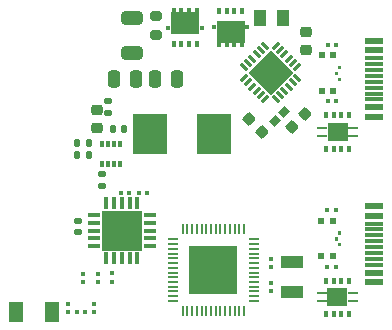
<source format=gbr>
%TF.GenerationSoftware,KiCad,Pcbnew,9.0.2*%
%TF.CreationDate,2025-08-30T18:06:16+02:00*%
%TF.ProjectId,Afterburner_Nano,41667465-7262-4757-926e-65725f4e616e,rev?*%
%TF.SameCoordinates,Original*%
%TF.FileFunction,Paste,Top*%
%TF.FilePolarity,Positive*%
%FSLAX46Y46*%
G04 Gerber Fmt 4.6, Leading zero omitted, Abs format (unit mm)*
G04 Created by KiCad (PCBNEW 9.0.2) date 2025-08-30 18:06:16*
%MOMM*%
%LPD*%
G01*
G04 APERTURE LIST*
G04 Aperture macros list*
%AMRoundRect*
0 Rectangle with rounded corners*
0 $1 Rounding radius*
0 $2 $3 $4 $5 $6 $7 $8 $9 X,Y pos of 4 corners*
0 Add a 4 corners polygon primitive as box body*
4,1,4,$2,$3,$4,$5,$6,$7,$8,$9,$2,$3,0*
0 Add four circle primitives for the rounded corners*
1,1,$1+$1,$2,$3*
1,1,$1+$1,$4,$5*
1,1,$1+$1,$6,$7*
1,1,$1+$1,$8,$9*
0 Add four rect primitives between the rounded corners*
20,1,$1+$1,$2,$3,$4,$5,0*
20,1,$1+$1,$4,$5,$6,$7,0*
20,1,$1+$1,$6,$7,$8,$9,0*
20,1,$1+$1,$8,$9,$2,$3,0*%
%AMRotRect*
0 Rectangle, with rotation*
0 The origin of the aperture is its center*
0 $1 length*
0 $2 width*
0 $3 Rotation angle, in degrees counterclockwise*
0 Add horizontal line*
21,1,$1,$2,0,0,$3*%
G04 Aperture macros list end*
%ADD10C,0.010000*%
%ADD11RoundRect,0.140000X-0.170000X0.140000X-0.170000X-0.140000X0.170000X-0.140000X0.170000X0.140000X0*%
%ADD12RoundRect,0.079500X-0.100500X0.079500X-0.100500X-0.079500X0.100500X-0.079500X0.100500X0.079500X0*%
%ADD13RoundRect,0.079500X-0.079500X-0.100500X0.079500X-0.100500X0.079500X0.100500X-0.079500X0.100500X0*%
%ADD14R,0.350000X1.000000*%
%ADD15R,1.000000X0.350000*%
%ADD16R,3.350000X3.350000*%
%ADD17RoundRect,0.079500X0.079500X0.100500X-0.079500X0.100500X-0.079500X-0.100500X0.079500X-0.100500X0*%
%ADD18RoundRect,0.079500X0.100500X-0.079500X0.100500X0.079500X-0.100500X0.079500X-0.100500X-0.079500X0*%
%ADD19R,1.900000X1.100000*%
%ADD20R,4.050000X4.050000*%
%ADD21R,0.850000X0.200000*%
%ADD22R,0.200000X0.850000*%
%ADD23R,1.550000X0.600000*%
%ADD24R,1.550000X0.300000*%
%ADD25R,0.310000X0.600000*%
%ADD26R,1.750000X1.500000*%
%ADD27R,0.825000X0.230000*%
%ADD28R,0.600000X0.500000*%
%ADD29R,1.150000X1.800000*%
%ADD30RoundRect,0.135000X0.135000X0.185000X-0.135000X0.185000X-0.135000X-0.185000X0.135000X-0.185000X0*%
%ADD31RoundRect,0.135000X-0.185000X0.135000X-0.185000X-0.135000X0.185000X-0.135000X0.185000X0.135000X0*%
%ADD32R,2.950000X3.500000*%
%ADD33RoundRect,0.135000X-0.135000X-0.185000X0.135000X-0.185000X0.135000X0.185000X-0.135000X0.185000X0*%
%ADD34RoundRect,0.250000X0.650000X-0.325000X0.650000X0.325000X-0.650000X0.325000X-0.650000X-0.325000X0*%
%ADD35RoundRect,0.140000X-0.140000X-0.170000X0.140000X-0.170000X0.140000X0.170000X-0.140000X0.170000X0*%
%ADD36RoundRect,0.250000X0.250000X0.475000X-0.250000X0.475000X-0.250000X-0.475000X0.250000X-0.475000X0*%
%ADD37RoundRect,0.250000X-0.250000X-0.475000X0.250000X-0.475000X0.250000X0.475000X-0.250000X0.475000X0*%
%ADD38RoundRect,0.225000X0.250000X-0.225000X0.250000X0.225000X-0.250000X0.225000X-0.250000X-0.225000X0*%
%ADD39R,0.300000X0.475000*%
%ADD40RotRect,2.700000X2.700000X45.000000*%
%ADD41RotRect,0.300000X0.750000X315.000000*%
%ADD42RotRect,0.300000X0.750000X45.000000*%
%ADD43RoundRect,0.200000X0.275000X-0.200000X0.275000X0.200000X-0.275000X0.200000X-0.275000X-0.200000X0*%
%ADD44RoundRect,0.225000X-0.335876X-0.017678X-0.017678X-0.335876X0.335876X0.017678X0.017678X0.335876X0*%
%ADD45R,1.000000X1.400000*%
%ADD46R,0.350000X0.500000*%
%ADD47R,0.400000X0.300000*%
%ADD48R,2.450000X1.980000*%
%ADD49R,0.380000X0.430000*%
%ADD50RotRect,0.600000X0.750000X315.000000*%
%ADD51RoundRect,0.225000X-0.017678X0.335876X-0.335876X0.017678X0.017678X-0.335876X0.335876X-0.017678X0*%
G04 APERTURE END LIST*
D10*
%TO.C,D4*%
X205438000Y-37996001D02*
X205440000Y-37996001D01*
X205443000Y-37997001D01*
X205445000Y-37997001D01*
X205448000Y-37998001D01*
X205450000Y-37999001D01*
X205453000Y-38000001D01*
X205455000Y-38002001D01*
X205457000Y-38003001D01*
X205459000Y-38005001D01*
X205461000Y-38006001D01*
X205463000Y-38008001D01*
X205465000Y-38010001D01*
X205467000Y-38012001D01*
X205469000Y-38014001D01*
X205470000Y-38016001D01*
X205472000Y-38018001D01*
X205473000Y-38020001D01*
X205475000Y-38022001D01*
X205476000Y-38025001D01*
X205477000Y-38027001D01*
X205478000Y-38030001D01*
X205478000Y-38032001D01*
X205479000Y-38035001D01*
X205479000Y-38037001D01*
X205480000Y-38040001D01*
X205480000Y-38042001D01*
X205480000Y-38045001D01*
X205480000Y-38155001D01*
X205480000Y-38158001D01*
X205480000Y-38160001D01*
X205479000Y-38163001D01*
X205479000Y-38165001D01*
X205478000Y-38168001D01*
X205478000Y-38170001D01*
X205477000Y-38173001D01*
X205476000Y-38175001D01*
X205475000Y-38178001D01*
X205473000Y-38180001D01*
X205472000Y-38182001D01*
X205470000Y-38184001D01*
X205469000Y-38186001D01*
X205467000Y-38188001D01*
X205465000Y-38190001D01*
X205463000Y-38192001D01*
X205461000Y-38194001D01*
X205459000Y-38195001D01*
X205457000Y-38197001D01*
X205455000Y-38198001D01*
X205453000Y-38200001D01*
X205450000Y-38201001D01*
X205448000Y-38202001D01*
X205445000Y-38203001D01*
X205443000Y-38203001D01*
X205440000Y-38204001D01*
X205438000Y-38204001D01*
X205435000Y-38205001D01*
X205433000Y-38205001D01*
X205430000Y-38205001D01*
X205320000Y-38205001D01*
X205317000Y-38205001D01*
X205315000Y-38205001D01*
X205312000Y-38204001D01*
X205310000Y-38204001D01*
X205307000Y-38203001D01*
X205305000Y-38203001D01*
X205302000Y-38202001D01*
X205300000Y-38201001D01*
X205297000Y-38200001D01*
X205295000Y-38198001D01*
X205293000Y-38197001D01*
X205291000Y-38195001D01*
X205289000Y-38194001D01*
X205287000Y-38192001D01*
X205285000Y-38190001D01*
X205283000Y-38188001D01*
X205281000Y-38186001D01*
X205280000Y-38184001D01*
X205278000Y-38182001D01*
X205277000Y-38180001D01*
X205275000Y-38178001D01*
X205274000Y-38175001D01*
X205273000Y-38173001D01*
X205272000Y-38170001D01*
X205272000Y-38168001D01*
X205271000Y-38165001D01*
X205271000Y-38163001D01*
X205270000Y-38160001D01*
X205270000Y-38158001D01*
X205270000Y-38155001D01*
X205270000Y-38045001D01*
X205270000Y-38042001D01*
X205270000Y-38040001D01*
X205271000Y-38037001D01*
X205271000Y-38035001D01*
X205272000Y-38032001D01*
X205272000Y-38030001D01*
X205273000Y-38027001D01*
X205274000Y-38025001D01*
X205275000Y-38022001D01*
X205277000Y-38020001D01*
X205278000Y-38018001D01*
X205280000Y-38016001D01*
X205281000Y-38014001D01*
X205283000Y-38012001D01*
X205285000Y-38010001D01*
X205287000Y-38008001D01*
X205289000Y-38006001D01*
X205291000Y-38005001D01*
X205293000Y-38003001D01*
X205295000Y-38002001D01*
X205297000Y-38000001D01*
X205300000Y-37999001D01*
X205302000Y-37998001D01*
X205305000Y-37997001D01*
X205307000Y-37997001D01*
X205310000Y-37996001D01*
X205312000Y-37996001D01*
X205315000Y-37995001D01*
X205317000Y-37995001D01*
X205320000Y-37995001D01*
X205430000Y-37995001D01*
X205433000Y-37995001D01*
X205435000Y-37995001D01*
X205438000Y-37996001D01*
G36*
X205438000Y-37996001D02*
G01*
X205440000Y-37996001D01*
X205443000Y-37997001D01*
X205445000Y-37997001D01*
X205448000Y-37998001D01*
X205450000Y-37999001D01*
X205453000Y-38000001D01*
X205455000Y-38002001D01*
X205457000Y-38003001D01*
X205459000Y-38005001D01*
X205461000Y-38006001D01*
X205463000Y-38008001D01*
X205465000Y-38010001D01*
X205467000Y-38012001D01*
X205469000Y-38014001D01*
X205470000Y-38016001D01*
X205472000Y-38018001D01*
X205473000Y-38020001D01*
X205475000Y-38022001D01*
X205476000Y-38025001D01*
X205477000Y-38027001D01*
X205478000Y-38030001D01*
X205478000Y-38032001D01*
X205479000Y-38035001D01*
X205479000Y-38037001D01*
X205480000Y-38040001D01*
X205480000Y-38042001D01*
X205480000Y-38045001D01*
X205480000Y-38155001D01*
X205480000Y-38158001D01*
X205480000Y-38160001D01*
X205479000Y-38163001D01*
X205479000Y-38165001D01*
X205478000Y-38168001D01*
X205478000Y-38170001D01*
X205477000Y-38173001D01*
X205476000Y-38175001D01*
X205475000Y-38178001D01*
X205473000Y-38180001D01*
X205472000Y-38182001D01*
X205470000Y-38184001D01*
X205469000Y-38186001D01*
X205467000Y-38188001D01*
X205465000Y-38190001D01*
X205463000Y-38192001D01*
X205461000Y-38194001D01*
X205459000Y-38195001D01*
X205457000Y-38197001D01*
X205455000Y-38198001D01*
X205453000Y-38200001D01*
X205450000Y-38201001D01*
X205448000Y-38202001D01*
X205445000Y-38203001D01*
X205443000Y-38203001D01*
X205440000Y-38204001D01*
X205438000Y-38204001D01*
X205435000Y-38205001D01*
X205433000Y-38205001D01*
X205430000Y-38205001D01*
X205320000Y-38205001D01*
X205317000Y-38205001D01*
X205315000Y-38205001D01*
X205312000Y-38204001D01*
X205310000Y-38204001D01*
X205307000Y-38203001D01*
X205305000Y-38203001D01*
X205302000Y-38202001D01*
X205300000Y-38201001D01*
X205297000Y-38200001D01*
X205295000Y-38198001D01*
X205293000Y-38197001D01*
X205291000Y-38195001D01*
X205289000Y-38194001D01*
X205287000Y-38192001D01*
X205285000Y-38190001D01*
X205283000Y-38188001D01*
X205281000Y-38186001D01*
X205280000Y-38184001D01*
X205278000Y-38182001D01*
X205277000Y-38180001D01*
X205275000Y-38178001D01*
X205274000Y-38175001D01*
X205273000Y-38173001D01*
X205272000Y-38170001D01*
X205272000Y-38168001D01*
X205271000Y-38165001D01*
X205271000Y-38163001D01*
X205270000Y-38160001D01*
X205270000Y-38158001D01*
X205270000Y-38155001D01*
X205270000Y-38045001D01*
X205270000Y-38042001D01*
X205270000Y-38040001D01*
X205271000Y-38037001D01*
X205271000Y-38035001D01*
X205272000Y-38032001D01*
X205272000Y-38030001D01*
X205273000Y-38027001D01*
X205274000Y-38025001D01*
X205275000Y-38022001D01*
X205277000Y-38020001D01*
X205278000Y-38018001D01*
X205280000Y-38016001D01*
X205281000Y-38014001D01*
X205283000Y-38012001D01*
X205285000Y-38010001D01*
X205287000Y-38008001D01*
X205289000Y-38006001D01*
X205291000Y-38005001D01*
X205293000Y-38003001D01*
X205295000Y-38002001D01*
X205297000Y-38000001D01*
X205300000Y-37999001D01*
X205302000Y-37998001D01*
X205305000Y-37997001D01*
X205307000Y-37997001D01*
X205310000Y-37996001D01*
X205312000Y-37996001D01*
X205315000Y-37995001D01*
X205317000Y-37995001D01*
X205320000Y-37995001D01*
X205430000Y-37995001D01*
X205433000Y-37995001D01*
X205435000Y-37995001D01*
X205438000Y-37996001D01*
G37*
X205688000Y-37496001D02*
X205690000Y-37496001D01*
X205693000Y-37497001D01*
X205695000Y-37497001D01*
X205698000Y-37498001D01*
X205700000Y-37499001D01*
X205703000Y-37500001D01*
X205705000Y-37502001D01*
X205707000Y-37503001D01*
X205709000Y-37505001D01*
X205711000Y-37506001D01*
X205713000Y-37508001D01*
X205715000Y-37510001D01*
X205717000Y-37512001D01*
X205719000Y-37514001D01*
X205720000Y-37516001D01*
X205722000Y-37518001D01*
X205723000Y-37520001D01*
X205725000Y-37522001D01*
X205726000Y-37525001D01*
X205727000Y-37527001D01*
X205728000Y-37530001D01*
X205728000Y-37532001D01*
X205729000Y-37535001D01*
X205729000Y-37537001D01*
X205730000Y-37540001D01*
X205730000Y-37542001D01*
X205730000Y-37545001D01*
X205730000Y-37655001D01*
X205730000Y-37658001D01*
X205730000Y-37660001D01*
X205729000Y-37663001D01*
X205729000Y-37665001D01*
X205728000Y-37668001D01*
X205728000Y-37670001D01*
X205727000Y-37673001D01*
X205726000Y-37675001D01*
X205725000Y-37678001D01*
X205723000Y-37680001D01*
X205722000Y-37682001D01*
X205720000Y-37684001D01*
X205719000Y-37686001D01*
X205717000Y-37688001D01*
X205715000Y-37690001D01*
X205713000Y-37692001D01*
X205711000Y-37694001D01*
X205709000Y-37695001D01*
X205707000Y-37697001D01*
X205705000Y-37698001D01*
X205703000Y-37700001D01*
X205700000Y-37701001D01*
X205698000Y-37702001D01*
X205695000Y-37703001D01*
X205693000Y-37703001D01*
X205690000Y-37704001D01*
X205688000Y-37704001D01*
X205685000Y-37705001D01*
X205683000Y-37705001D01*
X205680000Y-37705001D01*
X205570000Y-37705001D01*
X205567000Y-37705001D01*
X205565000Y-37705001D01*
X205562000Y-37704001D01*
X205560000Y-37704001D01*
X205557000Y-37703001D01*
X205555000Y-37703001D01*
X205552000Y-37702001D01*
X205550000Y-37701001D01*
X205547000Y-37700001D01*
X205545000Y-37698001D01*
X205543000Y-37697001D01*
X205541000Y-37695001D01*
X205539000Y-37694001D01*
X205537000Y-37692001D01*
X205535000Y-37690001D01*
X205533000Y-37688001D01*
X205531000Y-37686001D01*
X205530000Y-37684001D01*
X205528000Y-37682001D01*
X205527000Y-37680001D01*
X205525000Y-37678001D01*
X205524000Y-37675001D01*
X205523000Y-37673001D01*
X205522000Y-37670001D01*
X205522000Y-37668001D01*
X205521000Y-37665001D01*
X205521000Y-37663001D01*
X205520000Y-37660001D01*
X205520000Y-37658001D01*
X205520000Y-37655001D01*
X205520000Y-37545001D01*
X205520000Y-37542001D01*
X205520000Y-37540001D01*
X205521000Y-37537001D01*
X205521000Y-37535001D01*
X205522000Y-37532001D01*
X205522000Y-37530001D01*
X205523000Y-37527001D01*
X205524000Y-37525001D01*
X205525000Y-37522001D01*
X205527000Y-37520001D01*
X205528000Y-37518001D01*
X205530000Y-37516001D01*
X205531000Y-37514001D01*
X205533000Y-37512001D01*
X205535000Y-37510001D01*
X205537000Y-37508001D01*
X205539000Y-37506001D01*
X205541000Y-37505001D01*
X205543000Y-37503001D01*
X205545000Y-37502001D01*
X205547000Y-37500001D01*
X205550000Y-37499001D01*
X205552000Y-37498001D01*
X205555000Y-37497001D01*
X205557000Y-37497001D01*
X205560000Y-37496001D01*
X205562000Y-37496001D01*
X205565000Y-37495001D01*
X205567000Y-37495001D01*
X205570000Y-37495001D01*
X205680000Y-37495001D01*
X205683000Y-37495001D01*
X205685000Y-37495001D01*
X205688000Y-37496001D01*
G36*
X205688000Y-37496001D02*
G01*
X205690000Y-37496001D01*
X205693000Y-37497001D01*
X205695000Y-37497001D01*
X205698000Y-37498001D01*
X205700000Y-37499001D01*
X205703000Y-37500001D01*
X205705000Y-37502001D01*
X205707000Y-37503001D01*
X205709000Y-37505001D01*
X205711000Y-37506001D01*
X205713000Y-37508001D01*
X205715000Y-37510001D01*
X205717000Y-37512001D01*
X205719000Y-37514001D01*
X205720000Y-37516001D01*
X205722000Y-37518001D01*
X205723000Y-37520001D01*
X205725000Y-37522001D01*
X205726000Y-37525001D01*
X205727000Y-37527001D01*
X205728000Y-37530001D01*
X205728000Y-37532001D01*
X205729000Y-37535001D01*
X205729000Y-37537001D01*
X205730000Y-37540001D01*
X205730000Y-37542001D01*
X205730000Y-37545001D01*
X205730000Y-37655001D01*
X205730000Y-37658001D01*
X205730000Y-37660001D01*
X205729000Y-37663001D01*
X205729000Y-37665001D01*
X205728000Y-37668001D01*
X205728000Y-37670001D01*
X205727000Y-37673001D01*
X205726000Y-37675001D01*
X205725000Y-37678001D01*
X205723000Y-37680001D01*
X205722000Y-37682001D01*
X205720000Y-37684001D01*
X205719000Y-37686001D01*
X205717000Y-37688001D01*
X205715000Y-37690001D01*
X205713000Y-37692001D01*
X205711000Y-37694001D01*
X205709000Y-37695001D01*
X205707000Y-37697001D01*
X205705000Y-37698001D01*
X205703000Y-37700001D01*
X205700000Y-37701001D01*
X205698000Y-37702001D01*
X205695000Y-37703001D01*
X205693000Y-37703001D01*
X205690000Y-37704001D01*
X205688000Y-37704001D01*
X205685000Y-37705001D01*
X205683000Y-37705001D01*
X205680000Y-37705001D01*
X205570000Y-37705001D01*
X205567000Y-37705001D01*
X205565000Y-37705001D01*
X205562000Y-37704001D01*
X205560000Y-37704001D01*
X205557000Y-37703001D01*
X205555000Y-37703001D01*
X205552000Y-37702001D01*
X205550000Y-37701001D01*
X205547000Y-37700001D01*
X205545000Y-37698001D01*
X205543000Y-37697001D01*
X205541000Y-37695001D01*
X205539000Y-37694001D01*
X205537000Y-37692001D01*
X205535000Y-37690001D01*
X205533000Y-37688001D01*
X205531000Y-37686001D01*
X205530000Y-37684001D01*
X205528000Y-37682001D01*
X205527000Y-37680001D01*
X205525000Y-37678001D01*
X205524000Y-37675001D01*
X205523000Y-37673001D01*
X205522000Y-37670001D01*
X205522000Y-37668001D01*
X205521000Y-37665001D01*
X205521000Y-37663001D01*
X205520000Y-37660001D01*
X205520000Y-37658001D01*
X205520000Y-37655001D01*
X205520000Y-37545001D01*
X205520000Y-37542001D01*
X205520000Y-37540001D01*
X205521000Y-37537001D01*
X205521000Y-37535001D01*
X205522000Y-37532001D01*
X205522000Y-37530001D01*
X205523000Y-37527001D01*
X205524000Y-37525001D01*
X205525000Y-37522001D01*
X205527000Y-37520001D01*
X205528000Y-37518001D01*
X205530000Y-37516001D01*
X205531000Y-37514001D01*
X205533000Y-37512001D01*
X205535000Y-37510001D01*
X205537000Y-37508001D01*
X205539000Y-37506001D01*
X205541000Y-37505001D01*
X205543000Y-37503001D01*
X205545000Y-37502001D01*
X205547000Y-37500001D01*
X205550000Y-37499001D01*
X205552000Y-37498001D01*
X205555000Y-37497001D01*
X205557000Y-37497001D01*
X205560000Y-37496001D01*
X205562000Y-37496001D01*
X205565000Y-37495001D01*
X205567000Y-37495001D01*
X205570000Y-37495001D01*
X205680000Y-37495001D01*
X205683000Y-37495001D01*
X205685000Y-37495001D01*
X205688000Y-37496001D01*
G37*
X205688000Y-38496001D02*
X205690000Y-38496001D01*
X205693000Y-38497001D01*
X205695000Y-38497001D01*
X205698000Y-38498001D01*
X205700000Y-38499001D01*
X205703000Y-38500001D01*
X205705000Y-38502001D01*
X205707000Y-38503001D01*
X205709000Y-38505001D01*
X205711000Y-38506001D01*
X205713000Y-38508001D01*
X205715000Y-38510001D01*
X205717000Y-38512001D01*
X205719000Y-38514001D01*
X205720000Y-38516001D01*
X205722000Y-38518001D01*
X205723000Y-38520001D01*
X205725000Y-38522001D01*
X205726000Y-38525001D01*
X205727000Y-38527001D01*
X205728000Y-38530001D01*
X205728000Y-38532001D01*
X205729000Y-38535001D01*
X205729000Y-38537001D01*
X205730000Y-38540001D01*
X205730000Y-38542001D01*
X205730000Y-38545001D01*
X205730000Y-38655001D01*
X205730000Y-38658001D01*
X205730000Y-38660001D01*
X205729000Y-38663001D01*
X205729000Y-38665001D01*
X205728000Y-38668001D01*
X205728000Y-38670001D01*
X205727000Y-38673001D01*
X205726000Y-38675001D01*
X205725000Y-38678001D01*
X205723000Y-38680001D01*
X205722000Y-38682001D01*
X205720000Y-38684001D01*
X205719000Y-38686001D01*
X205717000Y-38688001D01*
X205715000Y-38690001D01*
X205713000Y-38692001D01*
X205711000Y-38694001D01*
X205709000Y-38695001D01*
X205707000Y-38697001D01*
X205705000Y-38698001D01*
X205703000Y-38700001D01*
X205700000Y-38701001D01*
X205698000Y-38702001D01*
X205695000Y-38703001D01*
X205693000Y-38703001D01*
X205690000Y-38704001D01*
X205688000Y-38704001D01*
X205685000Y-38705001D01*
X205683000Y-38705001D01*
X205680000Y-38705001D01*
X205570000Y-38705001D01*
X205567000Y-38705001D01*
X205565000Y-38705001D01*
X205562000Y-38704001D01*
X205560000Y-38704001D01*
X205557000Y-38703001D01*
X205555000Y-38703001D01*
X205552000Y-38702001D01*
X205550000Y-38701001D01*
X205547000Y-38700001D01*
X205545000Y-38698001D01*
X205543000Y-38697001D01*
X205541000Y-38695001D01*
X205539000Y-38694001D01*
X205537000Y-38692001D01*
X205535000Y-38690001D01*
X205533000Y-38688001D01*
X205531000Y-38686001D01*
X205530000Y-38684001D01*
X205528000Y-38682001D01*
X205527000Y-38680001D01*
X205525000Y-38678001D01*
X205524000Y-38675001D01*
X205523000Y-38673001D01*
X205522000Y-38670001D01*
X205522000Y-38668001D01*
X205521000Y-38665001D01*
X205521000Y-38663001D01*
X205520000Y-38660001D01*
X205520000Y-38658001D01*
X205520000Y-38655001D01*
X205520000Y-38545001D01*
X205520000Y-38542001D01*
X205520000Y-38540001D01*
X205521000Y-38537001D01*
X205521000Y-38535001D01*
X205522000Y-38532001D01*
X205522000Y-38530001D01*
X205523000Y-38527001D01*
X205524000Y-38525001D01*
X205525000Y-38522001D01*
X205527000Y-38520001D01*
X205528000Y-38518001D01*
X205530000Y-38516001D01*
X205531000Y-38514001D01*
X205533000Y-38512001D01*
X205535000Y-38510001D01*
X205537000Y-38508001D01*
X205539000Y-38506001D01*
X205541000Y-38505001D01*
X205543000Y-38503001D01*
X205545000Y-38502001D01*
X205547000Y-38500001D01*
X205550000Y-38499001D01*
X205552000Y-38498001D01*
X205555000Y-38497001D01*
X205557000Y-38497001D01*
X205560000Y-38496001D01*
X205562000Y-38496001D01*
X205565000Y-38495001D01*
X205567000Y-38495001D01*
X205570000Y-38495001D01*
X205680000Y-38495001D01*
X205683000Y-38495001D01*
X205685000Y-38495001D01*
X205688000Y-38496001D01*
G36*
X205688000Y-38496001D02*
G01*
X205690000Y-38496001D01*
X205693000Y-38497001D01*
X205695000Y-38497001D01*
X205698000Y-38498001D01*
X205700000Y-38499001D01*
X205703000Y-38500001D01*
X205705000Y-38502001D01*
X205707000Y-38503001D01*
X205709000Y-38505001D01*
X205711000Y-38506001D01*
X205713000Y-38508001D01*
X205715000Y-38510001D01*
X205717000Y-38512001D01*
X205719000Y-38514001D01*
X205720000Y-38516001D01*
X205722000Y-38518001D01*
X205723000Y-38520001D01*
X205725000Y-38522001D01*
X205726000Y-38525001D01*
X205727000Y-38527001D01*
X205728000Y-38530001D01*
X205728000Y-38532001D01*
X205729000Y-38535001D01*
X205729000Y-38537001D01*
X205730000Y-38540001D01*
X205730000Y-38542001D01*
X205730000Y-38545001D01*
X205730000Y-38655001D01*
X205730000Y-38658001D01*
X205730000Y-38660001D01*
X205729000Y-38663001D01*
X205729000Y-38665001D01*
X205728000Y-38668001D01*
X205728000Y-38670001D01*
X205727000Y-38673001D01*
X205726000Y-38675001D01*
X205725000Y-38678001D01*
X205723000Y-38680001D01*
X205722000Y-38682001D01*
X205720000Y-38684001D01*
X205719000Y-38686001D01*
X205717000Y-38688001D01*
X205715000Y-38690001D01*
X205713000Y-38692001D01*
X205711000Y-38694001D01*
X205709000Y-38695001D01*
X205707000Y-38697001D01*
X205705000Y-38698001D01*
X205703000Y-38700001D01*
X205700000Y-38701001D01*
X205698000Y-38702001D01*
X205695000Y-38703001D01*
X205693000Y-38703001D01*
X205690000Y-38704001D01*
X205688000Y-38704001D01*
X205685000Y-38705001D01*
X205683000Y-38705001D01*
X205680000Y-38705001D01*
X205570000Y-38705001D01*
X205567000Y-38705001D01*
X205565000Y-38705001D01*
X205562000Y-38704001D01*
X205560000Y-38704001D01*
X205557000Y-38703001D01*
X205555000Y-38703001D01*
X205552000Y-38702001D01*
X205550000Y-38701001D01*
X205547000Y-38700001D01*
X205545000Y-38698001D01*
X205543000Y-38697001D01*
X205541000Y-38695001D01*
X205539000Y-38694001D01*
X205537000Y-38692001D01*
X205535000Y-38690001D01*
X205533000Y-38688001D01*
X205531000Y-38686001D01*
X205530000Y-38684001D01*
X205528000Y-38682001D01*
X205527000Y-38680001D01*
X205525000Y-38678001D01*
X205524000Y-38675001D01*
X205523000Y-38673001D01*
X205522000Y-38670001D01*
X205522000Y-38668001D01*
X205521000Y-38665001D01*
X205521000Y-38663001D01*
X205520000Y-38660001D01*
X205520000Y-38658001D01*
X205520000Y-38655001D01*
X205520000Y-38545001D01*
X205520000Y-38542001D01*
X205520000Y-38540001D01*
X205521000Y-38537001D01*
X205521000Y-38535001D01*
X205522000Y-38532001D01*
X205522000Y-38530001D01*
X205523000Y-38527001D01*
X205524000Y-38525001D01*
X205525000Y-38522001D01*
X205527000Y-38520001D01*
X205528000Y-38518001D01*
X205530000Y-38516001D01*
X205531000Y-38514001D01*
X205533000Y-38512001D01*
X205535000Y-38510001D01*
X205537000Y-38508001D01*
X205539000Y-38506001D01*
X205541000Y-38505001D01*
X205543000Y-38503001D01*
X205545000Y-38502001D01*
X205547000Y-38500001D01*
X205550000Y-38499001D01*
X205552000Y-38498001D01*
X205555000Y-38497001D01*
X205557000Y-38497001D01*
X205560000Y-38496001D01*
X205562000Y-38496001D01*
X205565000Y-38495001D01*
X205567000Y-38495001D01*
X205570000Y-38495001D01*
X205680000Y-38495001D01*
X205683000Y-38495001D01*
X205685000Y-38495001D01*
X205688000Y-38496001D01*
G37*
%TO.C,D1*%
X205450000Y-23996000D02*
X205452000Y-23996000D01*
X205455000Y-23997000D01*
X205457000Y-23997000D01*
X205460000Y-23998000D01*
X205462000Y-23999000D01*
X205465000Y-24000000D01*
X205467000Y-24002000D01*
X205469000Y-24003000D01*
X205471000Y-24005000D01*
X205473000Y-24006000D01*
X205475000Y-24008000D01*
X205477000Y-24010000D01*
X205479000Y-24012000D01*
X205481000Y-24014000D01*
X205482000Y-24016000D01*
X205484000Y-24018000D01*
X205485000Y-24020000D01*
X205487000Y-24022000D01*
X205488000Y-24025000D01*
X205489000Y-24027000D01*
X205490000Y-24030000D01*
X205490000Y-24032000D01*
X205491000Y-24035000D01*
X205491000Y-24037000D01*
X205492000Y-24040000D01*
X205492000Y-24042000D01*
X205492000Y-24045000D01*
X205492000Y-24155000D01*
X205492000Y-24158000D01*
X205492000Y-24160000D01*
X205491000Y-24163000D01*
X205491000Y-24165000D01*
X205490000Y-24168000D01*
X205490000Y-24170000D01*
X205489000Y-24173000D01*
X205488000Y-24175000D01*
X205487000Y-24178000D01*
X205485000Y-24180000D01*
X205484000Y-24182000D01*
X205482000Y-24184000D01*
X205481000Y-24186000D01*
X205479000Y-24188000D01*
X205477000Y-24190000D01*
X205475000Y-24192000D01*
X205473000Y-24194000D01*
X205471000Y-24195000D01*
X205469000Y-24197000D01*
X205467000Y-24198000D01*
X205465000Y-24200000D01*
X205462000Y-24201000D01*
X205460000Y-24202000D01*
X205457000Y-24203000D01*
X205455000Y-24203000D01*
X205452000Y-24204000D01*
X205450000Y-24204000D01*
X205447000Y-24205000D01*
X205445000Y-24205000D01*
X205442000Y-24205000D01*
X205332000Y-24205000D01*
X205329000Y-24205000D01*
X205327000Y-24205000D01*
X205324000Y-24204000D01*
X205322000Y-24204000D01*
X205319000Y-24203000D01*
X205317000Y-24203000D01*
X205314000Y-24202000D01*
X205312000Y-24201000D01*
X205309000Y-24200000D01*
X205307000Y-24198000D01*
X205305000Y-24197000D01*
X205303000Y-24195000D01*
X205301000Y-24194000D01*
X205299000Y-24192000D01*
X205297000Y-24190000D01*
X205295000Y-24188000D01*
X205293000Y-24186000D01*
X205292000Y-24184000D01*
X205290000Y-24182000D01*
X205289000Y-24180000D01*
X205287000Y-24178000D01*
X205286000Y-24175000D01*
X205285000Y-24173000D01*
X205284000Y-24170000D01*
X205284000Y-24168000D01*
X205283000Y-24165000D01*
X205283000Y-24163000D01*
X205282000Y-24160000D01*
X205282000Y-24158000D01*
X205282000Y-24155000D01*
X205282000Y-24045000D01*
X205282000Y-24042000D01*
X205282000Y-24040000D01*
X205283000Y-24037000D01*
X205283000Y-24035000D01*
X205284000Y-24032000D01*
X205284000Y-24030000D01*
X205285000Y-24027000D01*
X205286000Y-24025000D01*
X205287000Y-24022000D01*
X205289000Y-24020000D01*
X205290000Y-24018000D01*
X205292000Y-24016000D01*
X205293000Y-24014000D01*
X205295000Y-24012000D01*
X205297000Y-24010000D01*
X205299000Y-24008000D01*
X205301000Y-24006000D01*
X205303000Y-24005000D01*
X205305000Y-24003000D01*
X205307000Y-24002000D01*
X205309000Y-24000000D01*
X205312000Y-23999000D01*
X205314000Y-23998000D01*
X205317000Y-23997000D01*
X205319000Y-23997000D01*
X205322000Y-23996000D01*
X205324000Y-23996000D01*
X205327000Y-23995000D01*
X205329000Y-23995000D01*
X205332000Y-23995000D01*
X205442000Y-23995000D01*
X205445000Y-23995000D01*
X205447000Y-23995000D01*
X205450000Y-23996000D01*
G36*
X205450000Y-23996000D02*
G01*
X205452000Y-23996000D01*
X205455000Y-23997000D01*
X205457000Y-23997000D01*
X205460000Y-23998000D01*
X205462000Y-23999000D01*
X205465000Y-24000000D01*
X205467000Y-24002000D01*
X205469000Y-24003000D01*
X205471000Y-24005000D01*
X205473000Y-24006000D01*
X205475000Y-24008000D01*
X205477000Y-24010000D01*
X205479000Y-24012000D01*
X205481000Y-24014000D01*
X205482000Y-24016000D01*
X205484000Y-24018000D01*
X205485000Y-24020000D01*
X205487000Y-24022000D01*
X205488000Y-24025000D01*
X205489000Y-24027000D01*
X205490000Y-24030000D01*
X205490000Y-24032000D01*
X205491000Y-24035000D01*
X205491000Y-24037000D01*
X205492000Y-24040000D01*
X205492000Y-24042000D01*
X205492000Y-24045000D01*
X205492000Y-24155000D01*
X205492000Y-24158000D01*
X205492000Y-24160000D01*
X205491000Y-24163000D01*
X205491000Y-24165000D01*
X205490000Y-24168000D01*
X205490000Y-24170000D01*
X205489000Y-24173000D01*
X205488000Y-24175000D01*
X205487000Y-24178000D01*
X205485000Y-24180000D01*
X205484000Y-24182000D01*
X205482000Y-24184000D01*
X205481000Y-24186000D01*
X205479000Y-24188000D01*
X205477000Y-24190000D01*
X205475000Y-24192000D01*
X205473000Y-24194000D01*
X205471000Y-24195000D01*
X205469000Y-24197000D01*
X205467000Y-24198000D01*
X205465000Y-24200000D01*
X205462000Y-24201000D01*
X205460000Y-24202000D01*
X205457000Y-24203000D01*
X205455000Y-24203000D01*
X205452000Y-24204000D01*
X205450000Y-24204000D01*
X205447000Y-24205000D01*
X205445000Y-24205000D01*
X205442000Y-24205000D01*
X205332000Y-24205000D01*
X205329000Y-24205000D01*
X205327000Y-24205000D01*
X205324000Y-24204000D01*
X205322000Y-24204000D01*
X205319000Y-24203000D01*
X205317000Y-24203000D01*
X205314000Y-24202000D01*
X205312000Y-24201000D01*
X205309000Y-24200000D01*
X205307000Y-24198000D01*
X205305000Y-24197000D01*
X205303000Y-24195000D01*
X205301000Y-24194000D01*
X205299000Y-24192000D01*
X205297000Y-24190000D01*
X205295000Y-24188000D01*
X205293000Y-24186000D01*
X205292000Y-24184000D01*
X205290000Y-24182000D01*
X205289000Y-24180000D01*
X205287000Y-24178000D01*
X205286000Y-24175000D01*
X205285000Y-24173000D01*
X205284000Y-24170000D01*
X205284000Y-24168000D01*
X205283000Y-24165000D01*
X205283000Y-24163000D01*
X205282000Y-24160000D01*
X205282000Y-24158000D01*
X205282000Y-24155000D01*
X205282000Y-24045000D01*
X205282000Y-24042000D01*
X205282000Y-24040000D01*
X205283000Y-24037000D01*
X205283000Y-24035000D01*
X205284000Y-24032000D01*
X205284000Y-24030000D01*
X205285000Y-24027000D01*
X205286000Y-24025000D01*
X205287000Y-24022000D01*
X205289000Y-24020000D01*
X205290000Y-24018000D01*
X205292000Y-24016000D01*
X205293000Y-24014000D01*
X205295000Y-24012000D01*
X205297000Y-24010000D01*
X205299000Y-24008000D01*
X205301000Y-24006000D01*
X205303000Y-24005000D01*
X205305000Y-24003000D01*
X205307000Y-24002000D01*
X205309000Y-24000000D01*
X205312000Y-23999000D01*
X205314000Y-23998000D01*
X205317000Y-23997000D01*
X205319000Y-23997000D01*
X205322000Y-23996000D01*
X205324000Y-23996000D01*
X205327000Y-23995000D01*
X205329000Y-23995000D01*
X205332000Y-23995000D01*
X205442000Y-23995000D01*
X205445000Y-23995000D01*
X205447000Y-23995000D01*
X205450000Y-23996000D01*
G37*
X205700000Y-23496000D02*
X205702000Y-23496000D01*
X205705000Y-23497000D01*
X205707000Y-23497000D01*
X205710000Y-23498000D01*
X205712000Y-23499000D01*
X205715000Y-23500000D01*
X205717000Y-23502000D01*
X205719000Y-23503000D01*
X205721000Y-23505000D01*
X205723000Y-23506000D01*
X205725000Y-23508000D01*
X205727000Y-23510000D01*
X205729000Y-23512000D01*
X205731000Y-23514000D01*
X205732000Y-23516000D01*
X205734000Y-23518000D01*
X205735000Y-23520000D01*
X205737000Y-23522000D01*
X205738000Y-23525000D01*
X205739000Y-23527000D01*
X205740000Y-23530000D01*
X205740000Y-23532000D01*
X205741000Y-23535000D01*
X205741000Y-23537000D01*
X205742000Y-23540000D01*
X205742000Y-23542000D01*
X205742000Y-23545000D01*
X205742000Y-23655000D01*
X205742000Y-23658000D01*
X205742000Y-23660000D01*
X205741000Y-23663000D01*
X205741000Y-23665000D01*
X205740000Y-23668000D01*
X205740000Y-23670000D01*
X205739000Y-23673000D01*
X205738000Y-23675000D01*
X205737000Y-23678000D01*
X205735000Y-23680000D01*
X205734000Y-23682000D01*
X205732000Y-23684000D01*
X205731000Y-23686000D01*
X205729000Y-23688000D01*
X205727000Y-23690000D01*
X205725000Y-23692000D01*
X205723000Y-23694000D01*
X205721000Y-23695000D01*
X205719000Y-23697000D01*
X205717000Y-23698000D01*
X205715000Y-23700000D01*
X205712000Y-23701000D01*
X205710000Y-23702000D01*
X205707000Y-23703000D01*
X205705000Y-23703000D01*
X205702000Y-23704000D01*
X205700000Y-23704000D01*
X205697000Y-23705000D01*
X205695000Y-23705000D01*
X205692000Y-23705000D01*
X205582000Y-23705000D01*
X205579000Y-23705000D01*
X205577000Y-23705000D01*
X205574000Y-23704000D01*
X205572000Y-23704000D01*
X205569000Y-23703000D01*
X205567000Y-23703000D01*
X205564000Y-23702000D01*
X205562000Y-23701000D01*
X205559000Y-23700000D01*
X205557000Y-23698000D01*
X205555000Y-23697000D01*
X205553000Y-23695000D01*
X205551000Y-23694000D01*
X205549000Y-23692000D01*
X205547000Y-23690000D01*
X205545000Y-23688000D01*
X205543000Y-23686000D01*
X205542000Y-23684000D01*
X205540000Y-23682000D01*
X205539000Y-23680000D01*
X205537000Y-23678000D01*
X205536000Y-23675000D01*
X205535000Y-23673000D01*
X205534000Y-23670000D01*
X205534000Y-23668000D01*
X205533000Y-23665000D01*
X205533000Y-23663000D01*
X205532000Y-23660000D01*
X205532000Y-23658000D01*
X205532000Y-23655000D01*
X205532000Y-23545000D01*
X205532000Y-23542000D01*
X205532000Y-23540000D01*
X205533000Y-23537000D01*
X205533000Y-23535000D01*
X205534000Y-23532000D01*
X205534000Y-23530000D01*
X205535000Y-23527000D01*
X205536000Y-23525000D01*
X205537000Y-23522000D01*
X205539000Y-23520000D01*
X205540000Y-23518000D01*
X205542000Y-23516000D01*
X205543000Y-23514000D01*
X205545000Y-23512000D01*
X205547000Y-23510000D01*
X205549000Y-23508000D01*
X205551000Y-23506000D01*
X205553000Y-23505000D01*
X205555000Y-23503000D01*
X205557000Y-23502000D01*
X205559000Y-23500000D01*
X205562000Y-23499000D01*
X205564000Y-23498000D01*
X205567000Y-23497000D01*
X205569000Y-23497000D01*
X205572000Y-23496000D01*
X205574000Y-23496000D01*
X205577000Y-23495000D01*
X205579000Y-23495000D01*
X205582000Y-23495000D01*
X205692000Y-23495000D01*
X205695000Y-23495000D01*
X205697000Y-23495000D01*
X205700000Y-23496000D01*
G36*
X205700000Y-23496000D02*
G01*
X205702000Y-23496000D01*
X205705000Y-23497000D01*
X205707000Y-23497000D01*
X205710000Y-23498000D01*
X205712000Y-23499000D01*
X205715000Y-23500000D01*
X205717000Y-23502000D01*
X205719000Y-23503000D01*
X205721000Y-23505000D01*
X205723000Y-23506000D01*
X205725000Y-23508000D01*
X205727000Y-23510000D01*
X205729000Y-23512000D01*
X205731000Y-23514000D01*
X205732000Y-23516000D01*
X205734000Y-23518000D01*
X205735000Y-23520000D01*
X205737000Y-23522000D01*
X205738000Y-23525000D01*
X205739000Y-23527000D01*
X205740000Y-23530000D01*
X205740000Y-23532000D01*
X205741000Y-23535000D01*
X205741000Y-23537000D01*
X205742000Y-23540000D01*
X205742000Y-23542000D01*
X205742000Y-23545000D01*
X205742000Y-23655000D01*
X205742000Y-23658000D01*
X205742000Y-23660000D01*
X205741000Y-23663000D01*
X205741000Y-23665000D01*
X205740000Y-23668000D01*
X205740000Y-23670000D01*
X205739000Y-23673000D01*
X205738000Y-23675000D01*
X205737000Y-23678000D01*
X205735000Y-23680000D01*
X205734000Y-23682000D01*
X205732000Y-23684000D01*
X205731000Y-23686000D01*
X205729000Y-23688000D01*
X205727000Y-23690000D01*
X205725000Y-23692000D01*
X205723000Y-23694000D01*
X205721000Y-23695000D01*
X205719000Y-23697000D01*
X205717000Y-23698000D01*
X205715000Y-23700000D01*
X205712000Y-23701000D01*
X205710000Y-23702000D01*
X205707000Y-23703000D01*
X205705000Y-23703000D01*
X205702000Y-23704000D01*
X205700000Y-23704000D01*
X205697000Y-23705000D01*
X205695000Y-23705000D01*
X205692000Y-23705000D01*
X205582000Y-23705000D01*
X205579000Y-23705000D01*
X205577000Y-23705000D01*
X205574000Y-23704000D01*
X205572000Y-23704000D01*
X205569000Y-23703000D01*
X205567000Y-23703000D01*
X205564000Y-23702000D01*
X205562000Y-23701000D01*
X205559000Y-23700000D01*
X205557000Y-23698000D01*
X205555000Y-23697000D01*
X205553000Y-23695000D01*
X205551000Y-23694000D01*
X205549000Y-23692000D01*
X205547000Y-23690000D01*
X205545000Y-23688000D01*
X205543000Y-23686000D01*
X205542000Y-23684000D01*
X205540000Y-23682000D01*
X205539000Y-23680000D01*
X205537000Y-23678000D01*
X205536000Y-23675000D01*
X205535000Y-23673000D01*
X205534000Y-23670000D01*
X205534000Y-23668000D01*
X205533000Y-23665000D01*
X205533000Y-23663000D01*
X205532000Y-23660000D01*
X205532000Y-23658000D01*
X205532000Y-23655000D01*
X205532000Y-23545000D01*
X205532000Y-23542000D01*
X205532000Y-23540000D01*
X205533000Y-23537000D01*
X205533000Y-23535000D01*
X205534000Y-23532000D01*
X205534000Y-23530000D01*
X205535000Y-23527000D01*
X205536000Y-23525000D01*
X205537000Y-23522000D01*
X205539000Y-23520000D01*
X205540000Y-23518000D01*
X205542000Y-23516000D01*
X205543000Y-23514000D01*
X205545000Y-23512000D01*
X205547000Y-23510000D01*
X205549000Y-23508000D01*
X205551000Y-23506000D01*
X205553000Y-23505000D01*
X205555000Y-23503000D01*
X205557000Y-23502000D01*
X205559000Y-23500000D01*
X205562000Y-23499000D01*
X205564000Y-23498000D01*
X205567000Y-23497000D01*
X205569000Y-23497000D01*
X205572000Y-23496000D01*
X205574000Y-23496000D01*
X205577000Y-23495000D01*
X205579000Y-23495000D01*
X205582000Y-23495000D01*
X205692000Y-23495000D01*
X205695000Y-23495000D01*
X205697000Y-23495000D01*
X205700000Y-23496000D01*
G37*
X205700000Y-24496000D02*
X205702000Y-24496000D01*
X205705000Y-24497000D01*
X205707000Y-24497000D01*
X205710000Y-24498000D01*
X205712000Y-24499000D01*
X205715000Y-24500000D01*
X205717000Y-24502000D01*
X205719000Y-24503000D01*
X205721000Y-24505000D01*
X205723000Y-24506000D01*
X205725000Y-24508000D01*
X205727000Y-24510000D01*
X205729000Y-24512000D01*
X205731000Y-24514000D01*
X205732000Y-24516000D01*
X205734000Y-24518000D01*
X205735000Y-24520000D01*
X205737000Y-24522000D01*
X205738000Y-24525000D01*
X205739000Y-24527000D01*
X205740000Y-24530000D01*
X205740000Y-24532000D01*
X205741000Y-24535000D01*
X205741000Y-24537000D01*
X205742000Y-24540000D01*
X205742000Y-24542000D01*
X205742000Y-24545000D01*
X205742000Y-24655000D01*
X205742000Y-24658000D01*
X205742000Y-24660000D01*
X205741000Y-24663000D01*
X205741000Y-24665000D01*
X205740000Y-24668000D01*
X205740000Y-24670000D01*
X205739000Y-24673000D01*
X205738000Y-24675000D01*
X205737000Y-24678000D01*
X205735000Y-24680000D01*
X205734000Y-24682000D01*
X205732000Y-24684000D01*
X205731000Y-24686000D01*
X205729000Y-24688000D01*
X205727000Y-24690000D01*
X205725000Y-24692000D01*
X205723000Y-24694000D01*
X205721000Y-24695000D01*
X205719000Y-24697000D01*
X205717000Y-24698000D01*
X205715000Y-24700000D01*
X205712000Y-24701000D01*
X205710000Y-24702000D01*
X205707000Y-24703000D01*
X205705000Y-24703000D01*
X205702000Y-24704000D01*
X205700000Y-24704000D01*
X205697000Y-24705000D01*
X205695000Y-24705000D01*
X205692000Y-24705000D01*
X205582000Y-24705000D01*
X205579000Y-24705000D01*
X205577000Y-24705000D01*
X205574000Y-24704000D01*
X205572000Y-24704000D01*
X205569000Y-24703000D01*
X205567000Y-24703000D01*
X205564000Y-24702000D01*
X205562000Y-24701000D01*
X205559000Y-24700000D01*
X205557000Y-24698000D01*
X205555000Y-24697000D01*
X205553000Y-24695000D01*
X205551000Y-24694000D01*
X205549000Y-24692000D01*
X205547000Y-24690000D01*
X205545000Y-24688000D01*
X205543000Y-24686000D01*
X205542000Y-24684000D01*
X205540000Y-24682000D01*
X205539000Y-24680000D01*
X205537000Y-24678000D01*
X205536000Y-24675000D01*
X205535000Y-24673000D01*
X205534000Y-24670000D01*
X205534000Y-24668000D01*
X205533000Y-24665000D01*
X205533000Y-24663000D01*
X205532000Y-24660000D01*
X205532000Y-24658000D01*
X205532000Y-24655000D01*
X205532000Y-24545000D01*
X205532000Y-24542000D01*
X205532000Y-24540000D01*
X205533000Y-24537000D01*
X205533000Y-24535000D01*
X205534000Y-24532000D01*
X205534000Y-24530000D01*
X205535000Y-24527000D01*
X205536000Y-24525000D01*
X205537000Y-24522000D01*
X205539000Y-24520000D01*
X205540000Y-24518000D01*
X205542000Y-24516000D01*
X205543000Y-24514000D01*
X205545000Y-24512000D01*
X205547000Y-24510000D01*
X205549000Y-24508000D01*
X205551000Y-24506000D01*
X205553000Y-24505000D01*
X205555000Y-24503000D01*
X205557000Y-24502000D01*
X205559000Y-24500000D01*
X205562000Y-24499000D01*
X205564000Y-24498000D01*
X205567000Y-24497000D01*
X205569000Y-24497000D01*
X205572000Y-24496000D01*
X205574000Y-24496000D01*
X205577000Y-24495000D01*
X205579000Y-24495000D01*
X205582000Y-24495000D01*
X205692000Y-24495000D01*
X205695000Y-24495000D01*
X205697000Y-24495000D01*
X205700000Y-24496000D01*
G36*
X205700000Y-24496000D02*
G01*
X205702000Y-24496000D01*
X205705000Y-24497000D01*
X205707000Y-24497000D01*
X205710000Y-24498000D01*
X205712000Y-24499000D01*
X205715000Y-24500000D01*
X205717000Y-24502000D01*
X205719000Y-24503000D01*
X205721000Y-24505000D01*
X205723000Y-24506000D01*
X205725000Y-24508000D01*
X205727000Y-24510000D01*
X205729000Y-24512000D01*
X205731000Y-24514000D01*
X205732000Y-24516000D01*
X205734000Y-24518000D01*
X205735000Y-24520000D01*
X205737000Y-24522000D01*
X205738000Y-24525000D01*
X205739000Y-24527000D01*
X205740000Y-24530000D01*
X205740000Y-24532000D01*
X205741000Y-24535000D01*
X205741000Y-24537000D01*
X205742000Y-24540000D01*
X205742000Y-24542000D01*
X205742000Y-24545000D01*
X205742000Y-24655000D01*
X205742000Y-24658000D01*
X205742000Y-24660000D01*
X205741000Y-24663000D01*
X205741000Y-24665000D01*
X205740000Y-24668000D01*
X205740000Y-24670000D01*
X205739000Y-24673000D01*
X205738000Y-24675000D01*
X205737000Y-24678000D01*
X205735000Y-24680000D01*
X205734000Y-24682000D01*
X205732000Y-24684000D01*
X205731000Y-24686000D01*
X205729000Y-24688000D01*
X205727000Y-24690000D01*
X205725000Y-24692000D01*
X205723000Y-24694000D01*
X205721000Y-24695000D01*
X205719000Y-24697000D01*
X205717000Y-24698000D01*
X205715000Y-24700000D01*
X205712000Y-24701000D01*
X205710000Y-24702000D01*
X205707000Y-24703000D01*
X205705000Y-24703000D01*
X205702000Y-24704000D01*
X205700000Y-24704000D01*
X205697000Y-24705000D01*
X205695000Y-24705000D01*
X205692000Y-24705000D01*
X205582000Y-24705000D01*
X205579000Y-24705000D01*
X205577000Y-24705000D01*
X205574000Y-24704000D01*
X205572000Y-24704000D01*
X205569000Y-24703000D01*
X205567000Y-24703000D01*
X205564000Y-24702000D01*
X205562000Y-24701000D01*
X205559000Y-24700000D01*
X205557000Y-24698000D01*
X205555000Y-24697000D01*
X205553000Y-24695000D01*
X205551000Y-24694000D01*
X205549000Y-24692000D01*
X205547000Y-24690000D01*
X205545000Y-24688000D01*
X205543000Y-24686000D01*
X205542000Y-24684000D01*
X205540000Y-24682000D01*
X205539000Y-24680000D01*
X205537000Y-24678000D01*
X205536000Y-24675000D01*
X205535000Y-24673000D01*
X205534000Y-24670000D01*
X205534000Y-24668000D01*
X205533000Y-24665000D01*
X205533000Y-24663000D01*
X205532000Y-24660000D01*
X205532000Y-24658000D01*
X205532000Y-24655000D01*
X205532000Y-24545000D01*
X205532000Y-24542000D01*
X205532000Y-24540000D01*
X205533000Y-24537000D01*
X205533000Y-24535000D01*
X205534000Y-24532000D01*
X205534000Y-24530000D01*
X205535000Y-24527000D01*
X205536000Y-24525000D01*
X205537000Y-24522000D01*
X205539000Y-24520000D01*
X205540000Y-24518000D01*
X205542000Y-24516000D01*
X205543000Y-24514000D01*
X205545000Y-24512000D01*
X205547000Y-24510000D01*
X205549000Y-24508000D01*
X205551000Y-24506000D01*
X205553000Y-24505000D01*
X205555000Y-24503000D01*
X205557000Y-24502000D01*
X205559000Y-24500000D01*
X205562000Y-24499000D01*
X205564000Y-24498000D01*
X205567000Y-24497000D01*
X205569000Y-24497000D01*
X205572000Y-24496000D01*
X205574000Y-24496000D01*
X205577000Y-24495000D01*
X205579000Y-24495000D01*
X205582000Y-24495000D01*
X205692000Y-24495000D01*
X205695000Y-24495000D01*
X205697000Y-24495000D01*
X205700000Y-24496000D01*
G37*
%TD*%
D11*
%TO.C,C1*%
X183525000Y-36645000D03*
X183525000Y-37605000D03*
%TD*%
D12*
%TO.C,R3*%
X185200000Y-41795000D03*
X185200000Y-41105000D03*
%TD*%
D13*
%TO.C,R1*%
X187865000Y-34305000D03*
X187175000Y-34305000D03*
%TD*%
D14*
%TO.C,IC2*%
X188550000Y-35100000D03*
X187900000Y-35100000D03*
X187250000Y-35100000D03*
X186600000Y-35100000D03*
X185950000Y-35100000D03*
D15*
X184900000Y-36150000D03*
X184900000Y-36800000D03*
X184900000Y-37450000D03*
X184900000Y-38100000D03*
X184900000Y-38750000D03*
D14*
X185950000Y-39800000D03*
X186600000Y-39800000D03*
X187250000Y-39800000D03*
X187900000Y-39800000D03*
X188550000Y-39800000D03*
D15*
X189600000Y-38750000D03*
X189600000Y-38100000D03*
X189600000Y-37450000D03*
X189600000Y-36800000D03*
X189600000Y-36150000D03*
D16*
X187250000Y-37450000D03*
%TD*%
D12*
%TO.C,R4*%
X183950000Y-41795000D03*
X183950000Y-41105000D03*
%TD*%
%TO.C,R2*%
X186450000Y-41770000D03*
X186450000Y-41080000D03*
%TD*%
D17*
%TO.C,R5*%
X189400000Y-34305000D03*
X188710000Y-34305000D03*
%TD*%
D18*
%TO.C,C4*%
X199900000Y-42575000D03*
X199900000Y-41885000D03*
%TD*%
D12*
%TO.C,C5*%
X199875000Y-39835000D03*
X199875000Y-40525000D03*
%TD*%
D19*
%TO.C,Y1*%
X201650000Y-40150000D03*
X201650000Y-42650000D03*
%TD*%
D20*
%TO.C,IC1*%
X195000000Y-40800000D03*
D21*
X191550000Y-43400000D03*
X191550001Y-43000000D03*
X191550000Y-42600000D03*
X191550000Y-42200000D03*
X191550000Y-41800000D03*
X191550001Y-41400000D03*
X191550000Y-41000000D03*
X191550000Y-40600000D03*
X191550001Y-40200000D03*
X191550000Y-39800000D03*
X191550000Y-39400000D03*
X191550000Y-39000000D03*
X191550001Y-38600000D03*
X191550000Y-38200000D03*
D22*
X192400000Y-37350000D03*
X192800000Y-37350001D03*
X193200000Y-37350000D03*
X193600000Y-37350000D03*
X194000000Y-37350000D03*
X194400000Y-37350001D03*
X194800000Y-37350000D03*
X195200000Y-37350000D03*
X195600000Y-37350001D03*
X196000000Y-37350000D03*
X196400000Y-37350000D03*
X196800000Y-37350000D03*
X197200000Y-37350001D03*
X197600000Y-37350000D03*
D21*
X198450000Y-38200000D03*
X198449999Y-38600000D03*
X198450000Y-39000000D03*
X198450000Y-39400000D03*
X198450000Y-39800000D03*
X198449999Y-40200000D03*
X198450000Y-40600000D03*
X198450000Y-41000000D03*
X198449999Y-41400000D03*
X198450000Y-41800000D03*
X198450000Y-42200000D03*
X198450000Y-42600000D03*
X198449999Y-43000000D03*
X198450000Y-43400000D03*
D22*
X197600000Y-44250000D03*
X197200000Y-44249999D03*
X196800000Y-44250000D03*
X196400000Y-44250000D03*
X196000000Y-44250000D03*
X195600000Y-44249999D03*
X195200000Y-44250000D03*
X194800000Y-44250000D03*
X194400000Y-44249999D03*
X194000000Y-44250000D03*
X193600000Y-44250000D03*
X193200000Y-44250000D03*
X192800000Y-44249999D03*
X192400000Y-44250000D03*
%TD*%
D17*
%TO.C,R8*%
X205345000Y-35700001D03*
X204655000Y-35700001D03*
%TD*%
%TO.C,R7*%
X205345000Y-40500000D03*
X204655000Y-40500000D03*
%TD*%
D23*
%TO.C,J2*%
X208563000Y-41800000D03*
X208563000Y-41000000D03*
D24*
X208563000Y-39850000D03*
X208563000Y-38850000D03*
X208563000Y-38350000D03*
X208563000Y-37350000D03*
D23*
X208563000Y-36200000D03*
X208563000Y-35400000D03*
D24*
X208563000Y-36850000D03*
X208563000Y-37850000D03*
X208563000Y-39350000D03*
X208563000Y-40350000D03*
%TD*%
D23*
%TO.C,J1*%
X208575000Y-27800000D03*
X208575000Y-27000000D03*
D24*
X208575000Y-25850000D03*
X208575000Y-24850000D03*
X208575000Y-24350000D03*
X208575000Y-23350000D03*
D23*
X208575000Y-22200000D03*
X208575000Y-21400000D03*
D24*
X208575000Y-22850000D03*
X208575000Y-23850000D03*
X208575000Y-25350000D03*
X208575000Y-26350000D03*
%TD*%
D25*
%TO.C,IC4*%
X206475000Y-41700000D03*
X205825000Y-41700000D03*
X205175000Y-41700000D03*
X204525000Y-41700000D03*
X204525000Y-44500000D03*
X205175000Y-44500000D03*
X205825000Y-44500000D03*
X206475000Y-44500000D03*
D26*
X205500000Y-43100000D03*
D27*
X204211000Y-42775000D03*
X204211000Y-43425000D03*
X206789000Y-43425000D03*
X206789000Y-42775000D03*
%TD*%
D28*
%TO.C,D6*%
X205150000Y-39600000D03*
X204150000Y-39600000D03*
%TD*%
%TO.C,D5*%
X205150000Y-36600001D03*
X204150000Y-36600001D03*
%TD*%
D12*
%TO.C,C3*%
X182690000Y-44320000D03*
X182690000Y-43630000D03*
%TD*%
%TO.C,C2*%
X184910000Y-44330000D03*
X184910000Y-43640000D03*
%TD*%
D13*
%TO.C,R6*%
X184150000Y-44300000D03*
X183460000Y-44300000D03*
%TD*%
D29*
%TO.C,L1*%
X178300000Y-44300000D03*
X181300000Y-44300000D03*
%TD*%
D30*
%TO.C,R17*%
X183450000Y-30050000D03*
X184470000Y-30050000D03*
%TD*%
D31*
%TO.C,R14*%
X186060000Y-27470000D03*
X186060000Y-26450000D03*
%TD*%
D32*
%TO.C,L2*%
X195075000Y-29270000D03*
X189625000Y-29270000D03*
%TD*%
D31*
%TO.C,R13*%
X185560000Y-33660000D03*
X185560000Y-32640000D03*
%TD*%
D33*
%TO.C,R16*%
X184470000Y-31090000D03*
X183450000Y-31090000D03*
%TD*%
D34*
%TO.C,C8*%
X188100000Y-19425000D03*
X188100000Y-22375000D03*
%TD*%
D35*
%TO.C,C21*%
X187450000Y-28820000D03*
X186490000Y-28820000D03*
%TD*%
D36*
%TO.C,C24*%
X186550000Y-24600000D03*
X188450000Y-24600000D03*
%TD*%
D37*
%TO.C,C23*%
X191950000Y-24590000D03*
X190050000Y-24590000D03*
%TD*%
D38*
%TO.C,C20*%
X185180000Y-27255000D03*
X185180000Y-28805000D03*
%TD*%
D39*
%TO.C,U5*%
X185560000Y-30122000D03*
X186060000Y-30122000D03*
X186560000Y-30122000D03*
X187060000Y-30122000D03*
X187060000Y-31798000D03*
X186560000Y-31798000D03*
X186060000Y-31798000D03*
X185560000Y-31798000D03*
%TD*%
D40*
%TO.C,PD1*%
X199837000Y-24077297D03*
D41*
X200314297Y-21832233D03*
X200667850Y-22185786D03*
X201021404Y-22539340D03*
X201374957Y-22892893D03*
X201728511Y-23246447D03*
X202082064Y-23600000D03*
D42*
X202082064Y-24554594D03*
X201728511Y-24908147D03*
X201374957Y-25261701D03*
X201021404Y-25615254D03*
X200667850Y-25968808D03*
X200314297Y-26322361D03*
D41*
X199359703Y-26322361D03*
X199006150Y-25968808D03*
X198652596Y-25615254D03*
X198299043Y-25261701D03*
X197945489Y-24908147D03*
X197591936Y-24554594D03*
D42*
X197591936Y-23600000D03*
X197945489Y-23246447D03*
X198299043Y-22892893D03*
X198652596Y-22539340D03*
X199006150Y-22185786D03*
X199359703Y-21832233D03*
%TD*%
D17*
%TO.C,R12*%
X205357000Y-21700000D03*
X204667000Y-21700000D03*
%TD*%
D38*
%TO.C,C6*%
X202800000Y-20650000D03*
X202800000Y-22200000D03*
%TD*%
D43*
%TO.C,R10*%
X190100000Y-19250000D03*
X190100000Y-20900000D03*
%TD*%
D44*
%TO.C,C7*%
X199108016Y-29096016D03*
X198012000Y-28000000D03*
%TD*%
D45*
%TO.C,R9*%
X198965000Y-19460000D03*
X200865000Y-19460000D03*
%TD*%
D28*
%TO.C,D2*%
X205162000Y-22600000D03*
X204162000Y-22600000D03*
%TD*%
%TO.C,D3*%
X205162000Y-25600000D03*
X204162000Y-25600000D03*
%TD*%
D17*
%TO.C,R11*%
X204667000Y-26500000D03*
X205357000Y-26500000D03*
%TD*%
D25*
%TO.C,IC3*%
X206487000Y-27700000D03*
X205837000Y-27700000D03*
X205187000Y-27700000D03*
X204537000Y-27700000D03*
X204537000Y-30500000D03*
X205187000Y-30500000D03*
X205837000Y-30500000D03*
X206487000Y-30500000D03*
D26*
X205512000Y-29100000D03*
D27*
X204223000Y-28775000D03*
X204223000Y-29425000D03*
X206801000Y-29425000D03*
X206801000Y-28775000D03*
%TD*%
D46*
%TO.C,U3*%
X191625000Y-21660000D03*
X192275000Y-21660000D03*
X192925000Y-21660000D03*
X193575000Y-21660000D03*
D47*
X193575000Y-18760000D03*
X192925000Y-18760000D03*
X192275000Y-18760000D03*
X191625000Y-18760000D03*
D48*
X192600000Y-19900000D03*
D49*
X194015000Y-20260000D03*
X191185000Y-20260000D03*
%TD*%
D46*
%TO.C,U1*%
X197425000Y-18840000D03*
X196775000Y-18840000D03*
X196125000Y-18840000D03*
X195475000Y-18840000D03*
D47*
X195475000Y-21740000D03*
X196125000Y-21740000D03*
X196775000Y-21740000D03*
X197425000Y-21740000D03*
D48*
X196450000Y-20600000D03*
D49*
X195035000Y-20240000D03*
X197865000Y-20240000D03*
%TD*%
D50*
%TO.C,RT1*%
X200989818Y-27422182D03*
X200212000Y-28200000D03*
%TD*%
D51*
%TO.C,C9*%
X202760008Y-27551992D03*
X201663992Y-28648008D03*
%TD*%
M02*

</source>
